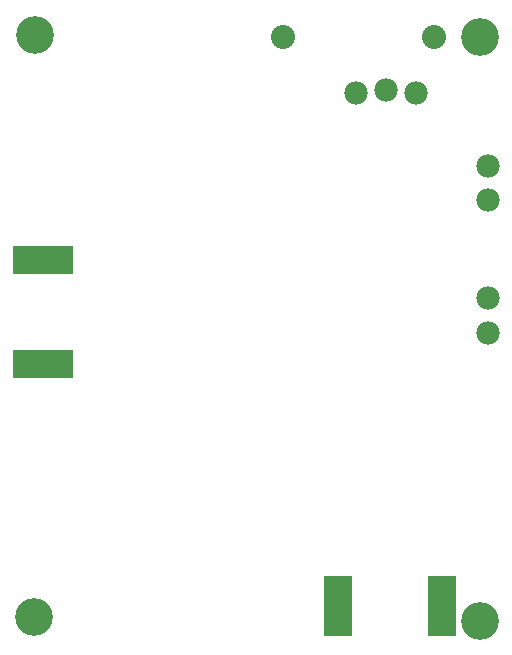
<source format=gbs>
G75*
G70*
%OFA0B0*%
%FSLAX24Y24*%
%IPPOS*%
%LPD*%
%AMOC8*
5,1,8,0,0,1.08239X$1,22.5*
%
%ADD10C,0.1260*%
%ADD11C,0.0780*%
%ADD12R,0.2040X0.0940*%
%ADD13C,0.0800*%
%ADD14R,0.0940X0.2040*%
D10*
X004553Y004498D03*
X019425Y004369D03*
X019437Y023832D03*
X004590Y023893D03*
D11*
X015297Y021947D03*
X016297Y022047D03*
X017297Y021947D03*
X019706Y019512D03*
X019706Y018372D03*
X019696Y015106D03*
X019696Y013966D03*
D12*
X004861Y012908D03*
X004861Y016388D03*
D13*
X012857Y023819D03*
X017897Y023819D03*
D14*
X018175Y004861D03*
X014695Y004861D03*
M02*

</source>
